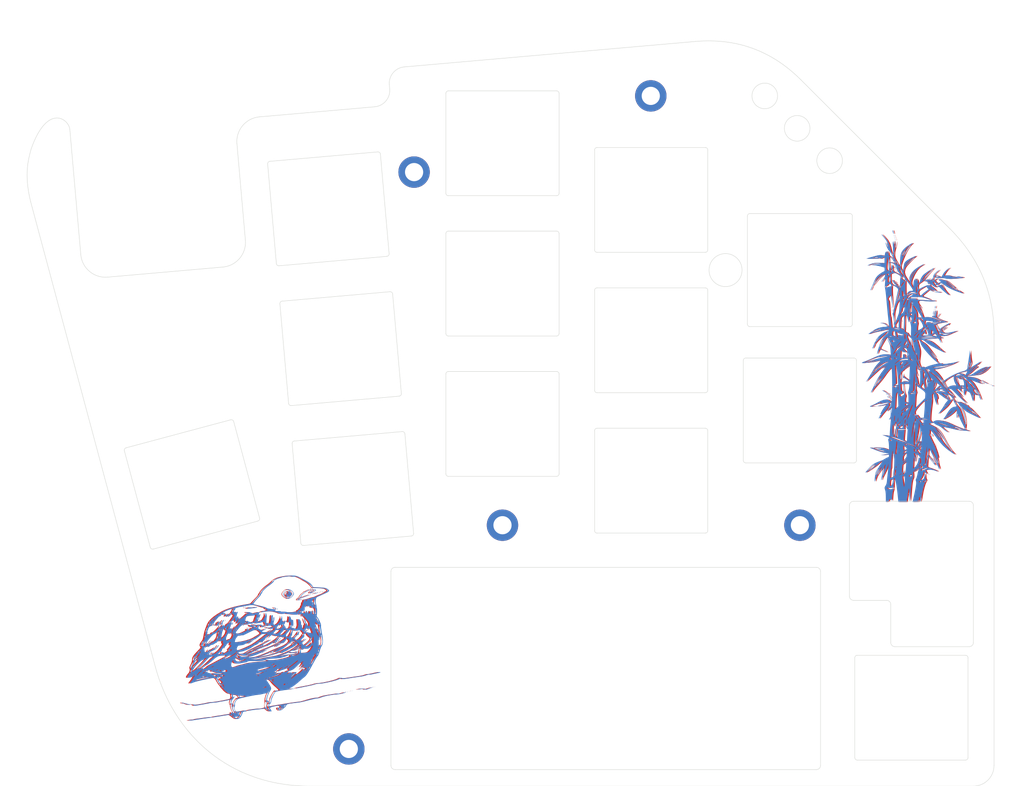
<source format=kicad_pcb>
(kicad_pcb (version 20240108) (generator "pcbnew") (generator_version "8.0")
  (layers (0 "F.Cu" signal) (31 "B.Cu" signal) (34 "B.Paste" user) (35 "F.Paste" user) (36 "B.SilkS" user "B.Silkscreen") (37 "F.SilkS" user "F.Silkscreen") (38 "B.Mask" user) (39 "F.Mask" user) (44 "Edge.Cuts" user))
  (net 0 "")
  (footprint "pipra:SW_Choc_Mini_Plate_Cutout" (layer "F.Cu") (at 238.901382 116.572427)
    (property "Reference" "SW9" (hide yes))
    (property "Value" "SW_Push_45deg" (hide yes))
    (fp_line (start -6.85 -6.05) (end -6.85 6.05) (stroke (width 0.05)) (layer "Edge.Cuts"))
    (fp_line (start -6.55 6.35) (end 6.55 6.35) (stroke (width 0.05)) (layer "Edge.Cuts"))
    (fp_line (start 6.55 -6.35) (end -6.55 -6.35) (stroke (width 0.05)) (layer "Edge.Cuts"))
    (fp_line (start 6.85 6.05) (end 6.85 -6.05) (stroke (width 0.05)) (layer "Edge.Cuts"))
    (fp_arc (start -6.85 -6.05) (mid -6.762132 -6.262132) (end -6.55 -6.35) (stroke (width 0.05)) (layer "Edge.Cuts"))
    (fp_arc (start -6.55 6.35) (mid -6.762132 6.262132) (end -6.85 6.05) (stroke (width 0.05)) (layer "Edge.Cuts"))
    (fp_arc (start 6.55 -6.35) (mid 6.762132 -6.262132) (end 6.85 -6.05) (stroke (width 0.05)) (layer "Edge.Cuts"))
    (fp_arc (start 6.85 6.05) (mid 6.762132 6.262132) (end 6.55 6.35) (stroke (width 0.05)) (layer "Edge.Cuts"))
  )
  (footprint "pipra:SW_Choc_Mini_Plate_Cutout" (layer "F.Cu") (at 238.901382 99.572417 90)
    (property "Reference" "SW4" (hide yes))
    (property "Value" "SW_Push_45deg" (hide yes))
    (fp_line (start 6.55 -6.35) (end -6.55 -6.35) (stroke (width 0.05)) (layer "Edge.Cuts"))
    (fp_line (start -6.85 -6.05) (end -6.85 6.05) (stroke (width 0.05)) (layer "Edge.Cuts"))
    (fp_line (start 6.85 6.05) (end 6.85 -6.05) (stroke (width 0.05)) (layer "Edge.Cuts"))
    (fp_line (start -6.55 6.35) (end 6.55 6.35) (stroke (width 0.05)) (layer "Edge.Cuts"))
    (fp_arc (start 6.55 -6.35) (mid 6.762132 -6.262132) (end 6.85 -6.05) (stroke (width 0.05)) (layer "Edge.Cuts"))
    (fp_arc (start -6.85 -6.05) (mid -6.762132 -6.262132) (end -6.55 -6.35) (stroke (width 0.05)) (layer "Edge.Cuts"))
    (fp_arc (start 6.85 6.05) (mid 6.762132 6.262132) (end 6.55 6.35) (stroke (width 0.05)) (layer "Edge.Cuts"))
    (fp_arc (start -6.55 6.35) (mid -6.762132 6.262132) (end -6.85 6.05) (stroke (width 0.05)) (layer "Edge.Cuts"))
  )
  (footprint "pipra:SW_Choc_Mini_Plate_Cutout" (layer "F.Cu") (at 220.901383 108.072406)
    (property "Reference" "SW8" (hide yes))
    (property "Value" "SW_Push_45deg" (hide yes))
    (fp_line (start -6.85 -6.05) (end -6.85 6.05) (stroke (width 0.05)) (layer "Edge.Cuts"))
    (fp_line (start -6.55 6.35) (end 6.55 6.35) (stroke (width 0.05)) (layer "Edge.Cuts"))
    (fp_line (start 6.55 -6.35) (end -6.55 -6.35) (stroke (width 0.05)) (layer "Edge.Cuts"))
    (fp_line (start 6.85 6.05) (end 6.85 -6.05) (stroke (width 0.05)) (layer "Edge.Cuts"))
    (fp_arc (start -6.85 -6.05) (mid -6.762132 -6.262132) (end -6.55 -6.35) (stroke (width 0.05)) (layer "Edge.Cuts"))
    (fp_arc (start -6.55 6.35) (mid -6.762132 6.262132) (end -6.85 6.05) (stroke (width 0.05)) (layer "Edge.Cuts"))
    (fp_arc (start 6.55 -6.35) (mid 6.762132 -6.262132) (end 6.85 -6.05) (stroke (width 0.05)) (layer "Edge.Cuts"))
    (fp_arc (start 6.85 6.05) (mid 6.762132 6.262132) (end 6.55 6.35) (stroke (width 0.05)) (layer "Edge.Cuts"))
  )
  (footprint "pipra:Graphics_Bamboo" (layer "F.Cu") (at 254.401384 110.846253)
    (property "Reference" "G***" (hide yes))
    (property "Value" "LOGO" (hide yes))
  )
  (footprint "pipra:Graphics_Bird" (layer "F.Cu") (at 175.893462 144.84142)
    (property "Reference" "G***" (hide yes))
    (property "Value" "LOGO" (hide yes))
  )
  (footprint "pipra:SW_Choc_Mini_Plate_Cutout" (layer "F.Cu") (at 202.901385 101.20241)
    (property "Reference" "SW7" (hide yes))
    (property "Value" "SW_Push_45deg" (hide yes))
    (fp_line (start -6.85 -6.05) (end -6.85 6.05) (stroke (width 0.05)) (layer "Edge.Cuts"))
    (fp_line (start -6.55 6.35) (end 6.55 6.35) (stroke (width 0.05)) (layer "Edge.Cuts"))
    (fp_line (start 6.55 -6.35) (end -6.55 -6.35) (stroke (width 0.05)) (layer "Edge.Cuts"))
    (fp_line (start 6.85 6.05) (end 6.85 -6.05) (stroke (width 0.05)) (layer "Edge.Cuts"))
    (fp_arc (start -6.85 -6.05) (mid -6.762132 -6.262132) (end -6.55 -6.35) (stroke (width 0.05)) (layer "Edge.Cuts"))
    (fp_arc (start -6.55 6.35) (mid -6.762132 6.262132) (end -6.85 6.05) (stroke (width 0.05)) (layer "Edge.Cuts"))
    (fp_arc (start 6.55 -6.35) (mid 6.762132 -6.262132) (end 6.85 -6.05) (stroke (width 0.05)) (layer "Edge.Cuts"))
    (fp_arc (start 6.85 6.05) (mid 6.762132 6.262132) (end 6.55 6.35) (stroke (width 0.05)) (layer "Edge.Cuts"))
  )
  (footprint "pipra:SW_Choc_Mini_Plate_Cutout" (layer "F.Cu") (at 183.308315 109.087311 5)
    (property "Reference" "SW6" (hide yes))
    (property "Value" "SW_Push_45deg" (hide yes))
    (fp_line (start -6.85 -6.05) (end -6.85 6.05) (stroke (width 0.05)) (layer "Edge.Cuts"))
    (fp_line (start -6.55 6.35) (end 6.55 6.35) (stroke (width 0.05)) (layer "Edge.Cuts"))
    (fp_line (start 6.55 -6.35) (end -6.55 -6.35) (stroke (width 0.05)) (layer "Edge.Cuts"))
    (fp_line (start 6.85 6.05) (end 6.85 -6.05) (stroke (width 0.05)) (layer "Edge.Cuts"))
    (fp_arc (start -6.85 -6.05) (mid -6.762132 -6.262132) (end -6.55 -6.35) (stroke (width 0.05)) (layer "Edge.Cuts"))
    (fp_arc (start -6.55 6.35) (mid -6.762132 6.262132) (end -6.85 6.05) (stroke (width 0.05)) (layer "Edge.Cuts"))
    (fp_arc (start 6.55 -6.35) (mid 6.762132 -6.262132) (end 6.85 -6.05) (stroke (width 0.05)) (layer "Edge.Cuts"))
    (fp_arc (start 6.85 6.05) (mid 6.762132 6.262132) (end 6.55 6.35) (stroke (width 0.05)) (layer "Edge.Cuts"))
  )
  (footprint "pipra:SW_Choc_Mini_Plate_Cutout" (layer "F.Cu") (at 220.901381 125.077422)
    (property "Reference" "SW12" (hide yes))
    (property "Value" "SW_Push_45deg" (hide yes))
    (fp_line (start -6.85 -6.05) (end -6.85 6.05) (stroke (width 0.05)) (layer "Edge.Cuts"))
    (fp_line (start -6.55 6.35) (end 6.55 6.35) (stroke (width 0.05)) (layer "Edge.Cuts"))
    (fp_line (start 6.55 -6.35) (end -6.55 -6.35) (stroke (width 0.05)) (layer "Edge.Cuts"))
    (fp_line (start 6.85 6.05) (end 6.85 -6.05) (stroke (width 0.05)) (layer "Edge.Cuts"))
    (fp_arc (start -6.85 -6.05) (mid -6.762132 -6.262132) (end -6.55 -6.35) (stroke (width 0.05)) (layer "Edge.Cuts"))
    (fp_arc (start -6.55 6.35) (mid -6.762132 6.262132) (end -6.85 6.05) (stroke (width 0.05)) (layer "Edge.Cuts"))
    (fp_arc (start 6.55 -6.35) (mid 6.762132 -6.262132) (end 6.85 -6.05) (stroke (width 0.05)) (layer "Edge.Cuts"))
    (fp_arc (start 6.85 6.05) (mid 6.762132 6.262132) (end 6.55 6.35) (stroke (width 0.05)) (layer "Edge.Cuts"))
  )
  (footprint "pipra:SW_Choc_Mini_Plate_Cutout" (layer "F.Cu") (at 184.790395 126.027529 5)
    (property "Reference" "SW10" (hide yes))
    (property "Value" "SW_Push_45deg" (hide yes))
    (fp_line (start -6.85 -6.05) (end -6.85 6.05) (stroke (width 0.05)) (layer "Edge.Cuts"))
    (fp_line (start -6.55 6.35) (end 6.55 6.35) (stroke (width 0.05)) (layer "Edge.Cuts"))
    (fp_line (start 6.55 -6.35) (end -6.55 -6.35) (stroke (width 0.05)) (layer "Edge.Cuts"))
    (fp_line (start 6.85 6.05) (end 6.85 -6.05) (stroke (width 0.05)) (layer "Edge.Cuts"))
    (fp_arc (start -6.85 -6.05) (mid -6.762132 -6.262132) (end -6.55 -6.35) (stroke (width 0.05)) (layer "Edge.Cuts"))
    (fp_arc (start -6.55 6.35) (mid -6.762132 6.262132) (end -6.85 6.05) (stroke (width 0.05)) (layer "Edge.Cuts"))
    (fp_arc (start 6.55 -6.35) (mid 6.762132 -6.262132) (end 6.85 -6.05) (stroke (width 0.05)) (layer "Edge.Cuts"))
    (fp_arc (start 6.85 6.05) (mid 6.762132 6.262132) (end 6.55 6.35) (stroke (width 0.05)) (layer "Edge.Cuts"))
  )
  (footprint "pipra:SW_Choc_Mini_Plate_Cutout" (layer "F.Cu") (at 202.901381 118.202414)
    (property "Reference" "SW11" (hide yes))
    (property "Value" "SW_Push_45deg" (hide yes))
    (fp_line (start -6.85 -6.05) (end -6.85 6.05) (stroke (width 0.05)) (layer "Edge.Cuts"))
    (fp_line (start -6.55 6.35) (end 6.55 6.35) (stroke (width 0.05)) (layer "Edge.Cuts"))
    (fp_line (start 6.55 -6.35) (end -6.55 -6.35) (stroke (width 0.05)) (layer "Edge.Cuts"))
    (fp_line (start 6.85 6.05) (end 6.85 -6.05) (stroke (width 0.05)) (layer "Edge.Cuts"))
    (fp_arc (start -6.85 -6.05) (mid -6.762132 -6.262132) (end -6.55 -6.35) (stroke (width 0.05)) (layer "Edge.Cuts"))
    (fp_arc (start -6.55 6.35) (mid -6.762132 6.262132) (end -6.85 6.05) (stroke (width 0.05)) (layer "Edge.Cuts"))
    (fp_arc (start 6.55 -6.35) (mid 6.762132 -6.262132) (end 6.85 -6.05) (stroke (width 0.05)) (layer "Edge.Cuts"))
    (fp_arc (start 6.85 6.05) (mid 6.762132 6.262132) (end 6.55 6.35) (stroke (width 0.05)) (layer "Edge.Cuts"))
  )
  (footprint "MountingHole:MountingHole_2.2mm_M2_DIN965_Pad" (layer "F.Cu") (at 184.301195 157.572413)
    (property "Reference" "H3" (hide yes))
    (property "Value" "MountingHole" (hide yes))
  )
  (footprint "MountingHole:MountingHole_2.2mm_M2_DIN965_Pad" (layer "F.Cu") (at 192.201381 87.702411)
    (property "Reference" "H4" (hide yes))
    (property "Value" "MountingHole" (hide yes))
  )
  (footprint "pipra:SW_Choc_Mini_Plate_Cutout" (layer "F.Cu") (at 220.901387 91.072396 180)
    (property "Reference" "SW3" (hide yes))
    (property "Value" "SW_Push_45deg" (hide yes))
    (fp_line (start 6.85 6.05) (end 6.85 -6.05) (stroke (width 0.05)) (layer "Edge.Cuts"))
    (fp_line (start 6.55 -6.35) (end -6.55 -6.35) (stroke (width 0.05)) (layer "Edge.Cuts"))
    (fp_line (start -6.55 6.35) (end 6.55 6.35) (stroke (width 0.05)) (layer "Edge.Cuts"))
    (fp_line (start -6.85 -6.05) (end -6.85 6.05) (stroke (width 0.05)) (layer "Edge.Cuts"))
    (fp_arc (start 6.85 6.05) (mid 6.762132 6.262132) (end 6.55 6.35) (stroke (width 0.05)) (layer "Edge.Cuts"))
    (fp_arc (start 6.55 -6.35) (mid 6.762132 -6.262132) (end 6.85 -6.05) (stroke (width 0.05)) (layer "Edge.Cuts"))
    (fp_arc (start -6.55 6.35) (mid -6.762132 6.262132) (end -6.85 6.05) (stroke (width 0.05)) (layer "Edge.Cuts"))
    (fp_arc (start -6.85 -6.05) (mid -6.762132 -6.262132) (end -6.55 -6.35) (stroke (width 0.05)) (layer "Edge.Cuts"))
  )
  (footprint "MountingHole:MountingHole_2.2mm_M2_DIN965_Pad" (layer "F.Cu") (at 238.901382 130.472405)
    (property "Reference" "H5" (hide yes))
    (property "Value" "MountingHole" (hide yes))
  )
  (footprint "pipra:SW_Choc_Mini_Plate_Cutout" (layer "F.Cu") (at 165.315386 125.533719 15)
    (property "Reference" "SW5" (hide yes))
    (property "Value" "SW_Push_45deg" (hide yes))
    (fp_line (start -6.85 -6.05) (end -6.85 6.05) (stroke (width 0.05)) (layer "Edge.Cuts"))
    (fp_line (start -6.55 6.35) (end 6.55 6.35) (stroke (width 0.05)) (layer "Edge.Cuts"))
    (fp_line (start 6.55 -6.35) (end -6.55 -6.35) (stroke (width 0.05)) (layer "Edge.Cuts"))
    (fp_line (start 6.85 6.05) (end 6.85 -6.05) (stroke (width 0.05)) (layer "Edge.Cuts"))
    (fp_arc (start -6.85 -6.05) (mid -6.762133 -6.262133) (end -6.55 -6.35) (stroke (width 0.05)) (layer "Edge.Cuts"))
    (fp_arc (start -6.55 6.35) (mid -6.762132 6.262132) (end -6.85 6.05) (stroke (width 0.05)) (layer "Edge.Cuts"))
    (fp_arc (start 6.55 -6.35) (mid 6.762132 -6.262132) (end 6.85 -6.05) (stroke (width 0.05)) (layer "Edge.Cuts"))
    (fp_arc (start 6.85 6.05) (mid 6.762132 6.262133) (end 6.55 6.35) (stroke (width 0.05)) (layer "Edge.Cuts"))
  )
  (footprint "pipra:SW_Choc_Mini_Plate_Cutout" (layer "F.Cu") (at 181.82673 92.151997 5)
    (property "Reference" "SW1" (hide yes))
    (property "Value" "SW_Push_45deg" (hide yes))
    (fp_line (start -6.85 -6.05) (end -6.85 6.05) (stroke (width 0.05)) (layer "Edge.Cuts"))
    (fp_line (start -6.55 6.35) (end 6.55 6.35) (stroke (width 0.05)) (layer "Edge.Cuts"))
    (fp_line (start 6.55 -6.35) (end -6.55 -6.35) (stroke (width 0.05)) (layer "Edge.Cuts"))
    (fp_line (start 6.85 6.05) (end 6.85 -6.05) (stroke (width 0.05)) (layer "Edge.Cuts"))
    (fp_arc (start -6.85 -6.05) (mid -6.762132 -6.262132) (end -6.55 -6.35) (stroke (width 0.05)) (layer "Edge.Cuts"))
    (fp_arc (start -6.55 6.35) (mid -6.762132 6.262132) (end -6.85 6.05) (stroke (width 0.05)) (layer "Edge.Cuts"))
    (fp_arc (start 6.55 -6.35) (mid 6.762132 -6.262132) (end 6.85 -6.05) (stroke (width 0.05)) (layer "Edge.Cuts"))
    (fp_arc (start 6.85 6.05) (mid 6.762132 6.262132) (end 6.55 6.35) (stroke (width 0.05)) (layer "Edge.Cuts"))
  )
  (footprint "MountingHole:MountingHole_2.2mm_M2_DIN965_Pad" (layer "F.Cu") (at 220.853149 78.471772)
    (property "Reference" "H6" (hide yes))
    (property "Value" "MountingHole" (hide yes))
  )
  (footprint "pipra:SW_Choc_Mini_Plate_Cutout" (layer "F.Cu") (at 202.901406 84.212404)
    (property "Reference" "SW2" (hide yes))
    (property "Value" "SW_Push_45deg" (hide yes))
    (fp_line (start -6.85 -6.05) (end -6.85 6.05) (stroke (width 0.05)) (layer "Edge.Cuts"))
    (fp_line (start -6.55 6.35) (end 6.55 6.35) (stroke (width 0.05)) (layer "Edge.Cuts"))
    (fp_line (start 6.55 -6.35) (end -6.55 -6.35) (stroke (width 0.05)) (layer "Edge.Cuts"))
    (fp_line (start 6.85 6.05) (end 6.85 -6.05) (stroke (width 0.05)) (layer "Edge.Cuts"))
    (fp_arc (start -6.85 -6.05) (mid -6.762132 -6.262132) (end -6.55 -6.35) (stroke (width 0.05)) (layer "Edge.Cuts"))
    (fp_arc (start -6.55 6.35) (mid -6.762132 6.262132) (end -6.85 6.05) (stroke (width 0.05)) (layer "Edge.Cuts"))
    (fp_arc (start 6.55 -6.35) (mid 6.762132 -6.262132) (end 6.85 -6.05) (stroke (width 0.05)) (layer "Edge.Cuts"))
    (fp_arc (start 6.85 6.05) (mid 6.762132 6.262132) (end 6.55 6.35) (stroke (width 0.05)) (layer "Edge.Cuts"))
  )
  (footprint "pipra:SW_Choc_Mini_Plate_Cutout" (layer "F.Cu") (at 252.401382 152.572417)
    (property "Reference" "SW13" (hide yes))
    (property "Value" "SW_Push_45deg" (hide yes))
    (fp_line (start -6.85 -6.05) (end -6.85 6.05) (stroke (width 0.05)) (layer "Edge.Cuts"))
    (fp_line (start -6.55 6.35) (end 6.55 6.35) (stroke (width 0.05)) (layer "Edge.Cuts"))
    (fp_line (start 6.55 -6.35) (end -6.55 -6.35) (stroke (width 0.05)) (layer "Edge.Cuts"))
    (fp_line (start 6.85 6.05) (end 6.85 -6.05) (stroke (width 0.05)) (layer "Edge.Cuts"))
    (fp_arc (start -6.85 -6.05) (mid -6.762132 -6.262132) (end -6.55 -6.35) (stroke (width 0.05)) (layer "Edge.Cuts"))
    (fp_arc (start -6.55 6.35) (mid -6.762132 6.262132) (end -6.85 6.05) (stroke (width 0.05)) (layer "Edge.Cuts"))
    (fp_arc (start 6.55 -6.35) (mid 6.762132 -6.262132) (end 6.85 -6.05) (stroke (width 0.05)) (layer "Edge.Cuts"))
    (fp_arc (start 6.85 6.05) (mid 6.762132 6.262132) (end 6.55 6.35) (stroke (width 0.05)) (layer "Edge.Cuts"))
  )
  (footprint "MountingHole:MountingHole_2.2mm_M2_DIN965_Pad" (layer "F.Cu") (at 202.901383 130.472406)
    (property "Reference" "H2" (hide yes))
    (property "Value" "MountingHole" (hide yes))
  )
  (footprint "pipra:Graphics_Bird" (layer "B.Cu") (at 175.901384 144.84142 180)
    (property "Reference" "G***" (hide yes))
    (property "Value" "LOGO" (hide yes))
  )
  (footprint "pipra:Graphics_Bamboo" (layer "B.Cu") (at 254.393462 110.846253 180)
    (property "Reference" "G***" (hide yes))
    (property "Value" "LOGO" (hide yes))
  )
  (gr_arc (start 244.901386 128.072405) (mid 245.047821 127.718836) (end 245.401385 127.572405) (stroke (width 0.05)) (layer "Edge.Cuts"))
  (gr_arc (start 155.106139 100.42289) (mid 152.916296 99.732443) (end 151.856086 97.695774) (stroke (width 0.05)) (layer "Edge.Cuts"))
  (gr_arc (start 249.401383 139.572405) (mid 249.754914 139.718859) (end 249.901384 140.072405) (stroke (width 0.05)) (layer "Edge.Cuts"))
  (gr_arc (start 189.401383 136.072422) (mid 189.547811 135.718841) (end 189.90138 135.572422) (stroke (width 0.05)) (layer "Edge.Cuts"))
  (gr_line (start 259.401386 127.572405) (end 245.401385 127.572405) (stroke (width 0.05)) (layer "Edge.Cuts"))
  (gr_curve (pts (xy 226.250342 71.878418) (xy 231.231306 71.442637) (xy 235.489556 72.992509) (xy 239.025084 76.52804)) (stroke (width 0.05)) (layer "Edge.Cuts"))
  (gr_line (start 150.526071 82.493619) (end 151.856086 97.695774) (stroke (width 0.05)) (layer "Edge.Cuts"))
  (gr_line (start 259.901384 144.682404) (end 259.901384 128.072405) (stroke (width 0.05)) (layer "Edge.Cuts"))
  (gr_line (start 240.901381 135.572423) (end 189.90138 135.572422) (stroke (width 0.05)) (layer "Edge.Cuts"))
  (gr_line (start 259.401384 145.182403) (end 250.401383 145.182404) (stroke (width 0.05)) (layer "Edge.Cuts"))
  (gr_line (start 245.401383 139.572405) (end 249.401383 139.572405) (stroke (width 0.05)) (layer "Edge.Cuts"))
  (gr_line (start 262.401377 159.572417) (end 262.401377 107.372116) (stroke (width 0.05)) (layer "Edge.Cuts"))
  (gr_arc (start 240.901381 135.572423) (mid 241.254906 135.718877) (end 241.401379 136.072422) (stroke (width 0.05)) (layer "Edge.Cuts"))
  (gr_arc (start 189.249109 77.625156) (mid 188.788794 79.08503) (end 187.431031 79.791857) (stroke (width 0.05)) (layer "Edge.Cuts"))
  (gr_line (start 170.757189 84.262089) (end 171.77998 95.952659) (stroke (width 0.05)) (layer "Edge.Cuts"))
  (gr_curve (pts (xy 145.843933 84.910894) (xy 147.772874 79.421887) (xy 150.335874 81.180199) (xy 150.526071 82.493619)) (stroke (width 0.05)) (layer "Edge.Cuts"))
  (gr_circle (center 234.649609 78.475305) (end 236.193712 78.340212) (stroke (width 0.05)) (fill none) (layer "Edge.Cuts"))
  (gr_arc (start 170.757189 84.262089) (mid 171.447661 82.072292) (end 173.484306 81.012036) (stroke (width 0.05)) (layer "Edge.Cuts"))
  (gr_arc (start 250.401383 145.182404) (mid 250.047808 145.035965) (end 249.901384 144.682404) (stroke (width 0.05)) (layer "Edge.Cuts"))
  (gr_circle (center 242.502025 86.320645) (end 244.046125 86.185552) (stroke (width 0.05)) (fill none) (layer "Edge.Cuts"))
  (gr_line (start 169.052863 99.202711) (end 155.106139 100.42289) (stroke (width 0.05)) (layer "Edge.Cuts"))
  (gr_line (start 241.40138 159.572412) (end 241.401379 136.072422) (stroke (width 0.05)) (layer "Edge.Cuts"))
  (gr_arc (start 189.205531 77.12706) (mid 189.665826 75.667173) (end 191.02361 74.960359) (stroke (width 0.05)) (layer "Edge.Cuts"))
  (gr_line (start 189.90138 160.072412) (end 240.901382 160.072412) (stroke (width 0.05)) (layer "Edge.Cuts"))
  (gr_line (start 191.023609 74.960358) (end 226.250342 71.878418) (stroke (width 0.05)) (layer "Edge.Cuts"))
  (gr_arc (start 189.90138 160.072412) (mid 189.547839 159.925966) (end 189.401383 159.572412) (stroke (width 0.05)) (layer "Edge.Cuts"))
  (gr_circle (center 229.901392 99.572407) (end 231.893781 99.398096) (stroke (width 0.05)) (fill none) (layer "Edge.Cuts"))
  (gr_arc (start 241.40138 159.572412) (mid 241.25492 159.925943) (end 240.901382 160.072412) (stroke (width 0.05)) (layer "Edge.Cuts"))
  (gr_line (start 259.90138 162.072416) (end 179.715455 162.072416) (stroke (width 0.05)) (layer "Edge.Cuts"))
  (gr_arc (start 259.901384 144.682404) (mid 259.754927 145.035942) (end 259.401384 145.182403) (stroke (width 0.05)) (layer "Edge.Cuts"))
  (gr_line (start 189.249109 77.625156) (end 189.205531 77.12706) (stroke (width 0.05)) (layer "Edge.Cuts"))
  (gr_curve (pts (xy 257.081269 94.585627) (xy 260.616796 98.12118) (xy 262.40138 102.372128) (xy 262.401377 107.372116)) (stroke (width 0.05)) (layer "Edge.Cuts"))
  (gr_curve (pts (xy 145.78252 91.275556) (xy 144.948881 87.875183) (xy 145.543506 86.066474) (xy 145.843933 84.910894)) (stroke (width 0.05)) (layer "Edge.Cuts"))
  (gr_line (start 173.484306 81.012036) (end 187.431031 79.791856) (stroke (width 0.05)) (layer "Edge.Cuts"))
  (gr_arc (start 262.401377 159.572418) (mid 261.669129 161.340156) (end 259.901381 162.072413) (stroke (width 0.05)) (layer "Edge.Cuts"))
  (gr_arc (start 259.401386 127.572405) (mid 259.754915 127.71886) (end 259.901386 128.072404) (stroke (width 0.05)) (layer "Edge.Cuts"))
  (gr_arc (start 245.401383 139.572405) (mid 245.047807 139.425966) (end 244.901384 139.072405) (stroke (width 0.05)) (layer "Edge.Cuts"))
  (gr_line (start 244.901386 128.072405) (end 244.901386 139.072405) (stroke (width 0.05)) (layer "Edge.Cuts"))
  (gr_curve (pts (xy 179.715453 162.073344) (xy 169.769285 162.135108) (xy 163.052862 155.729315) (xy 160.887001 147.64625)) (stroke (width 0.05)) (layer "Edge.Cuts"))
  (gr_line (start 160.887001 147.64625) (end 145.78252 91.275556) (stroke (width 0.05)) (layer "Edge.Cuts"))
  (gr_line (start 257.081269 94.585627) (end 239.025084 76.52804) (stroke (width 0.05)) (layer "Edge.Cuts"))
  (gr_line (start 249.901384 144.682404) (end 249.901384 140.072405) (stroke (width 0.05)) (layer "Edge.Cuts"))
  (gr_circle (center 238.574047 82.399754) (end 240.118149 82.264664) (stroke (width 0.05)) (fill none) (layer "Edge.Cuts"))
  (gr_line (start 189.401383 136.072422) (end 189.401383 159.572412) (stroke (width 0.05)) (layer "Edge.Cuts"))
  (gr_arc (start 171.77998 95.952659) (mid 171.089549 98.142526) (end 169.052863 99.202711) (stroke (width 0.05)) (layer "Edge.Cuts"))
)
</source>
